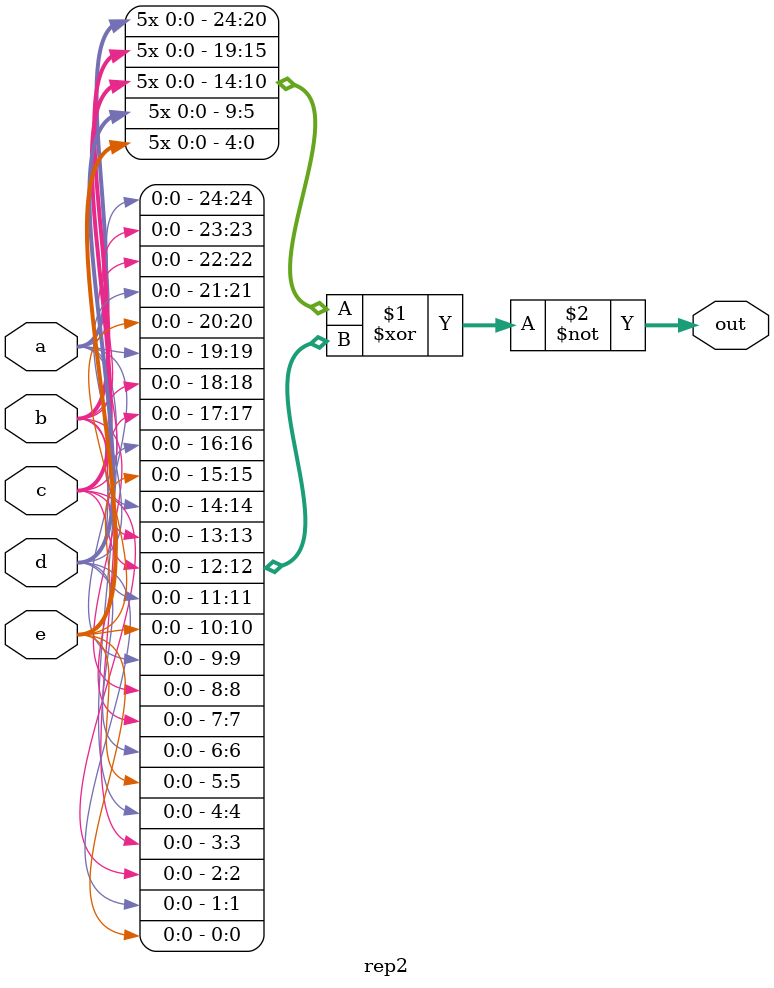
<source format=sv>
module rep2 (
	input 				a, b, c, d, e,
	output	[24 : 0] 	out
);

	// 代码量预计1行
	assign out = ~({{5{a}}, {5{b}}, {5{c}}, {5{d}}, {5{e}}} ^ {{5{a, b, c, d ,e}}});

endmodule

</source>
